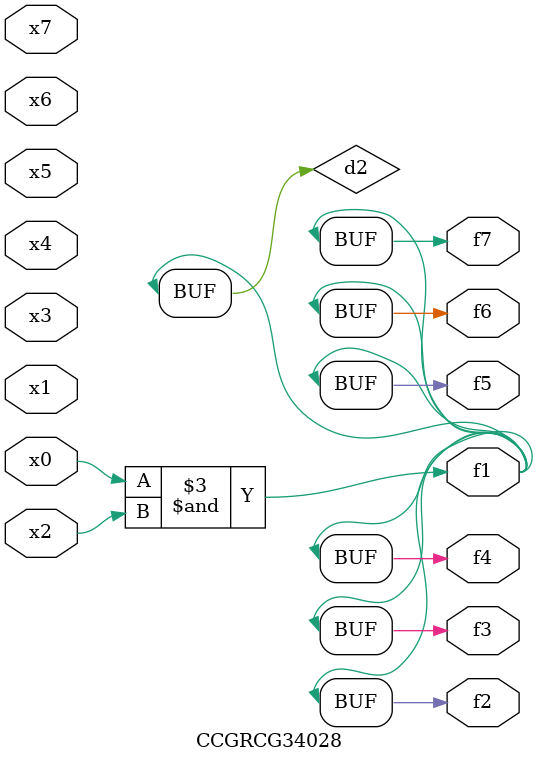
<source format=v>
module CCGRCG34028(
	input x0, x1, x2, x3, x4, x5, x6, x7,
	output f1, f2, f3, f4, f5, f6, f7
);

	wire d1, d2;

	nor (d1, x3, x6);
	and (d2, x0, x2);
	assign f1 = d2;
	assign f2 = d2;
	assign f3 = d2;
	assign f4 = d2;
	assign f5 = d2;
	assign f6 = d2;
	assign f7 = d2;
endmodule

</source>
